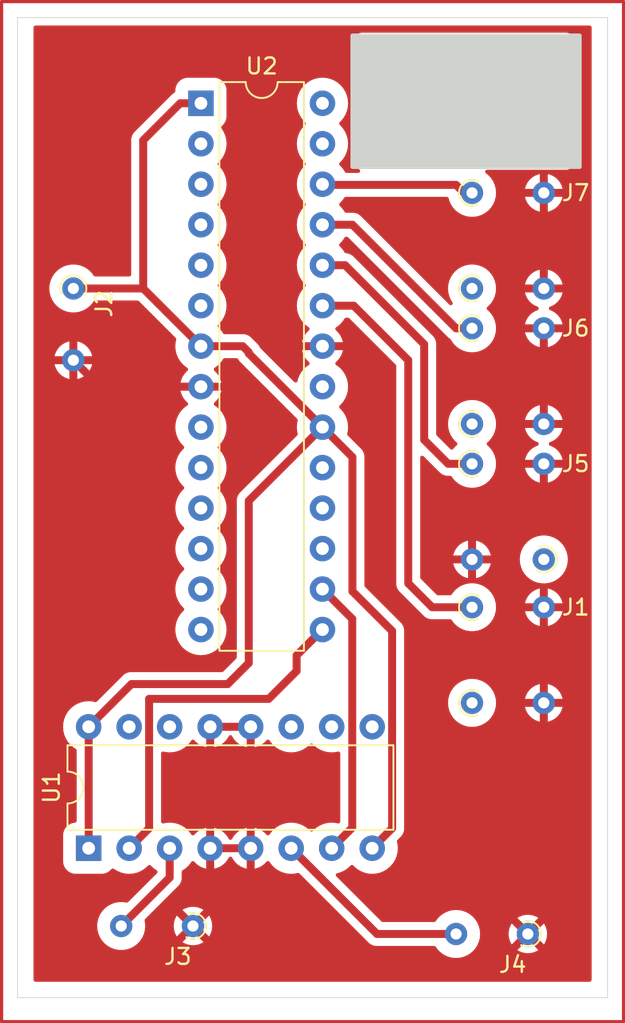
<source format=kicad_pcb>
(kicad_pcb (version 20240108) (generator "pcbnew") (generator_version "8.0")
  (layers (0 "F.Cu" signal) (31 "B.Cu" signal) (34 "B.Paste" user) (35 "F.Paste" user) (36 "B.SilkS" user "B.Silkscreen") (37 "F.SilkS" user "F.Silkscreen") (38 "B.Mask" user) (39 "F.Mask" user) (44 "Edge.Cuts" user))
  (net 0 "")
  (net 1 "Earth")
  (net 2 "Net-(J1-Pin_1)")
  (net 3 "-6V")
  (net 4 "Net-(J5-Pin_1)")
  (net 5 "Net-(J6-Pin_1)")
  (net 6 "Net-(J7-Pin_1)")
  (net 14 "Net-(J3-Pin_2)")
  (net 25 "Net-(J4-Pin_2)")
  (net 27 "Net-(U1-2A)")
  (net 29 "Net-(U1-1A)")
  (footprint "Connector:SLOLS2" (layer "F.Cu") (at 265.5 101)
    (property "Reference" "J6" (at 6.5 0 0) (layer "F.SilkS"))
    (property "Value" "Right")
    (fp_arc (start 0.320095 0.749359) (mid -0.813042 -0.054435) (end 0.417133 -0.7) (stroke (width 0.12)) (layer "F.SilkS"))
    (pad "1" thru_hole circle (at 0 0) (size 1.4 1.4) (drill 0.7) (layers "*.Cu" "*.Mask") (net 5 "Net-(J6-Pin_1)"))
    (pad "2" thru_hole oval (at 4.5 0) (size 1.4 1.4) (drill 0.7) (layers "*.Cu" "*.Mask") (net 1 "Earth"))
  )
  (footprint "Connector:SLOLS2" (layer "F.Cu") (at 265.5 124.5)
    (property "Reference" "J7" (hide yes))
    (property "Value" "Straight" (hide yes))
    (fp_arc (start 0.320095 0.749359) (mid -0.813042 -0.054435) (end 0.417133 -0.7) (stroke (width 0.12)) (layer "F.SilkS"))
    (pad "1" thru_hole circle (at 0 0) (size 1.4 1.4) (drill 0.7) (layers "*.Cu" "*.Mask") (net 6 "Net-(J7-Pin_1)"))
    (pad "2" thru_hole oval (at 4.5 0) (size 1.4 1.4) (drill 0.7) (layers "*.Cu" "*.Mask") (net 1 "Earth"))
  )
  (footprint "Connector:SLOLS2" (layer "F.Cu") (at 240.5 98.5 -90)
    (property "Reference" "J2" (at 0.95 -1.92 90) (layer "F.SilkS"))
    (property "Value" "Power")
    (fp_arc (start 0.320095 0.749359) (mid -0.813042 -0.054435) (end 0.417133 -0.7) (stroke (width 0.12)) (layer "F.SilkS"))
    (pad "1" thru_hole circle (at 0 0 270) (size 1.4 1.4) (drill 0.7) (layers "*.Cu" "*.Mask") (net 3 "-6V"))
    (pad "2" thru_hole oval (at 4.5 0 270) (size 1.4 1.4) (drill 0.7) (layers "*.Cu" "*.Mask") (net 1 "Earth"))
  )
  (footprint "Connector:SLOLS2" (layer "F.Cu") (at 248 138.5 180)
    (property "Reference" "J3" (at 0.95 -1.92 180) (layer "F.SilkS"))
    (property "Value" "Left Wheel")
    (fp_arc (start 0.320095 0.749359) (mid -0.813042 -0.054435) (end 0.417133 -0.7) (stroke (width 0.12)) (layer "F.SilkS"))
    (pad "1" thru_hole circle (at 0 0 180) (size 1.4 1.4) (drill 0.7) (layers "*.Cu" "*.Mask") (net 1 "Earth"))
    (pad "2" thru_hole oval (at 4.5 0 180) (size 1.4 1.4) (drill 0.7) (layers "*.Cu" "*.Mask") (net 14 "Net-(J3-Pin_2)"))
  )
  (footprint "Connector:SLOLS2" (layer "F.Cu") (at 265.5 92.5)
    (property "Reference" "J7" (at 6.5 0 0) (layer "F.SilkS"))
    (property "Value" "Straight")
    (fp_arc (start 0.320095 0.749359) (mid -0.813042 -0.054435) (end 0.417133 -0.7) (stroke (width 0.12)) (layer "F.SilkS"))
    (pad "1" thru_hole circle (at 0 0) (size 1.4 1.4) (drill 0.7) (layers "*.Cu" "*.Mask") (net 6 "Net-(J7-Pin_1)"))
    (pad "2" thru_hole oval (at 4.5 0) (size 1.4 1.4) (drill 0.7) (layers "*.Cu" "*.Mask") (net 1 "Earth"))
  )
  (footprint "Connector:SLOLS2" (layer "F.Cu") (at 270 115.5 180)
    (property "Reference" "J7" (hide yes))
    (property "Value" "Straight" (hide yes))
    (fp_arc (start 0.320095 0.749359) (mid -0.813042 -0.054435) (end 0.417133 -0.7) (stroke (width 0.12)) (layer "F.SilkS"))
    (pad "1" thru_hole circle (at 0 0 180) (size 1.4 1.4) (drill 0.7) (layers "*.Cu" "*.Mask") (net 6 "Net-(J7-Pin_1)"))
    (pad "2" thru_hole oval (at 4.5 0 180) (size 1.4 1.4) (drill 0.7) (layers "*.Cu" "*.Mask") (net 1 "Earth"))
  )
  (footprint "Connector:SLOLS2" (layer "F.Cu") (at 269 139 180)
    (property "Reference" "J4" (at 0.95 -1.92 180) (layer "F.SilkS"))
    (property "Value" "Right Wheel")
    (fp_arc (start 0.320095 0.749359) (mid -0.813042 -0.054435) (end 0.417133 -0.7) (stroke (width 0.12)) (layer "F.SilkS"))
    (pad "1" thru_hole circle (at 0 0 180) (size 1.4 1.4) (drill 0.7) (layers "*.Cu" "*.Mask") (net 1 "Earth"))
    (pad "2" thru_hole oval (at 4.5 0 180) (size 1.4 1.4) (drill 0.7) (layers "*.Cu" "*.Mask") (net 25 "Net-(J4-Pin_2)"))
  )
  (footprint "Package_DIP:DIP-16_W7.62mm" (layer "F.Cu") (at 241.46 133.62 90)
    (property "Reference" "U1" (at 3.81 -2.33 -90) (layer "F.SilkS"))
    (property "Value" "L293D")
    (fp_line (start 6.46 -1.33) (end 4.81 -1.33) (stroke (width 0.12)) (layer "F.SilkS"))
    (fp_line (start 2.81 -1.33) (end 1.16 -1.33) (stroke (width 0.12)) (layer "F.SilkS"))
    (fp_line (start 1.16 -1.33) (end 1.16 19.11) (stroke (width 0.12)) (layer "F.SilkS"))
    (fp_line (start 6.46 19.11) (end 6.46 -1.33) (stroke (width 0.12)) (layer "F.SilkS"))
    (fp_line (start 1.16 19.11) (end 6.46 19.11) (stroke (width 0.12)) (layer "F.SilkS"))
    (fp_arc (start 4.81 -1.33) (mid 3.81 -0.33) (end 2.81 -1.33) (stroke (width 0.12)) (layer "F.SilkS"))
    (pad "1" thru_hole rect (at 0 0 90) (size 1.6 1.6) (drill 0.8) (layers "*.Cu" "*.Mask") (net 3 "-6V"))
    (pad "2" thru_hole oval (at 0 2.54 90) (size 1.6 1.6) (drill 0.8) (layers "*.Cu" "*.Mask") (net 29 "Net-(U1-1A)"))
    (pad "3" thru_hole oval (at 0 5.08 90) (size 1.6 1.6) (drill 0.8) (layers "*.Cu" "*.Mask") (net 14 "Net-(J3-Pin_2)"))
    (pad "4" thru_hole oval (at 0 7.62 90) (size 1.6 1.6) (drill 0.8) (layers "*.Cu" "*.Mask") (net 1 "Earth"))
    (pad "5" thru_hole oval (at 0 10.16 90) (size 1.6 1.6) (drill 0.8) (layers "*.Cu" "*.Mask") (net 1 "Earth"))
    (pad "6" thru_hole oval (at 0 12.7 90) (size 1.6 1.6) (drill 0.8) (layers "*.Cu" "*.Mask") (net 25 "Net-(J4-Pin_2)"))
    (pad "7" thru_hole oval (at 0 15.24 90) (size 1.6 1.6) (drill 0.8) (layers "*.Cu" "*.Mask") (net 27 "Net-(U1-2A)"))
    (pad "8" thru_hole oval (at 0 17.78 90) (size 1.6 1.6) (drill 0.8) (layers "*.Cu" "*.Mask") (net 3 "-6V"))
    (pad "9" thru_hole oval (at 7.62 17.78 90) (size 1.6 1.6) (drill 0.8) (layers "*.Cu" "*.Mask"))
    (pad "10" thru_hole oval (at 7.62 15.24 90) (size 1.6 1.6) (drill 0.8) (layers "*.Cu" "*.Mask"))
    (pad "11" thru_hole oval (at 7.62 12.7 90) (size 1.6 1.6) (drill 0.8) (layers "*.Cu" "*.Mask"))
    (pad "12" thru_hole oval (at 7.62 10.16 90) (size 1.6 1.6) (drill 0.8) (layers "*.Cu" "*.Mask") (net 1 "Earth"))
    (pad "13" thru_hole oval (at 7.62 7.62 90) (size 1.6 1.6) (drill 0.8) (layers "*.Cu" "*.Mask") (net 1 "Earth"))
    (pad "14" thru_hole oval (at 7.62 5.08 90) (size 1.6 1.6) (drill 0.8) (layers "*.Cu" "*.Mask"))
    (pad "15" thru_hole oval (at 7.62 2.54 90) (size 1.6 1.6) (drill 0.8) (layers "*.Cu" "*.Mask"))
    (pad "16" thru_hole oval (at 7.62 0 90) (size 1.6 1.6) (drill 0.8) (layers "*.Cu" "*.Mask") (net 3 "-6V"))
  )
  (footprint "Connector:SLOLS2" (layer "F.Cu") (at 265.5 118.5)
    (property "Reference" "J1" (at 6.5 0 0) (layer "F.SilkS"))
    (property "Value" "Start")
    (fp_arc (start 0.320095 0.749359) (mid -0.813042 -0.054435) (end 0.417133 -0.7) (stroke (width 0.12)) (layer "F.SilkS"))
    (pad "1" thru_hole circle (at 0 0) (size 1.4 1.4) (drill 0.7) (layers "*.Cu" "*.Mask") (net 2 "Net-(J1-Pin_1)"))
    (pad "2" thru_hole oval (at 4.5 0) (size 1.4 1.4) (drill 0.7) (layers "*.Cu" "*.Mask") (net 1 "Earth"))
  )
  (footprint "Connector:SLOLS2" (layer "F.Cu") (at 265.5 107)
    (property "Reference" "J7" (hide yes))
    (property "Value" "Straight" (hide yes))
    (fp_arc (start 0.320095 0.749359) (mid -0.813042 -0.054435) (end 0.417133 -0.7) (stroke (width 0.12)) (layer "F.SilkS"))
    (pad "1" thru_hole circle (at 0 0) (size 1.4 1.4) (drill 0.7) (layers "*.Cu" "*.Mask") (net 6 "Net-(J7-Pin_1)"))
    (pad "2" thru_hole oval (at 4.5 0) (size 1.4 1.4) (drill 0.7) (layers "*.Cu" "*.Mask") (net 1 "Earth"))
  )
  (footprint "Package_DIP:DIP-28_W7.62mm" (layer "F.Cu") (at 248.5 86.88)
    (property "Reference" "U2" (at 3.81 -2.33 0) (layer "F.SilkS"))
    (property "Value" "ATmega328P-P")
    (fp_line (start 1.16 -1.33) (end 1.16 34.35) (stroke (width 0.12)) (layer "F.SilkS"))
    (fp_line (start 1.16 34.35) (end 6.46 34.35) (stroke (width 0.12)) (layer "F.SilkS"))
    (fp_line (start 2.81 -1.33) (end 1.16 -1.33) (stroke (width 0.12)) (layer "F.SilkS"))
    (fp_line (start 6.46 -1.33) (end 4.81 -1.33) (stroke (width 0.12)) (layer "F.SilkS"))
    (fp_line (start 6.46 34.35) (end 6.46 -1.33) (stroke (width 0.12)) (layer "F.SilkS"))
    (fp_arc (start 4.81 -1.33) (mid 3.81 -0.33) (end 2.81 -1.33) (stroke (width 0.12)) (layer "F.SilkS"))
    (pad "1" thru_hole rect (at 0 0) (size 1.6 1.6) (drill 0.8) (layers "*.Cu" "*.Mask") (net 3 "-6V"))
    (pad "2" thru_hole oval (at 0 2.54) (size 1.6 1.6) (drill 0.8) (layers "*.Cu" "*.Mask"))
    (pad "3" thru_hole oval (at 0 5.08) (size 1.6 1.6) (drill 0.8) (layers "*.Cu" "*.Mask"))
    (pad "4" thru_hole oval (at 0 7.62) (size 1.6 1.6) (drill 0.8) (layers "*.Cu" "*.Mask"))
    (pad "5" thru_hole oval (at 0 10.16) (size 1.6 1.6) (drill 0.8) (layers "*.Cu" "*.Mask"))
    (pad "6" thru_hole oval (at 0 12.7) (size 1.6 1.6) (drill 0.8) (layers "*.Cu" "*.Mask"))
    (pad "7" thru_hole oval (at 0 15.24) (size 1.6 1.6) (drill 0.8) (layers "*.Cu" "*.Mask") (net 3 "-6V"))
    (pad "8" thru_hole oval (at 0 17.78) (size 1.6 1.6) (drill 0.8) (layers "*.Cu" "*.Mask") (net 1 "Earth"))
    (pad "9" thru_hole oval (at 0 20.32) (size 1.6 1.6) (drill 0.8) (layers "*.Cu" "*.Mask"))
    (pad "10" thru_hole oval (at 0 22.86) (size 1.6 1.6) (drill 0.8) (layers "*.Cu" "*.Mask"))
    (pad "11" thru_hole oval (at 0 25.4) (size 1.6 1.6) (drill 0.8) (layers "*.Cu" "*.Mask"))
    (pad "12" thru_hole oval (at 0 27.94) (size 1.6 1.6) (drill 0.8) (layers "*.Cu" "*.Mask"))
    (pad "13" thru_hole oval (at 0 30.48) (size 1.6 1.6) (drill 0.8) (layers "*.Cu" "*.Mask"))
    (pad "14" thru_hole oval (at 0 33.02) (size 1.6 1.6) (drill 0.8) (layers "*.Cu" "*.Mask"))
    (pad "15" thru_hole oval (at 7.62 33.02) (size 1.6 1.6) (drill 0.8) (layers "*.Cu" "*.Mask") (net 29 "Net-(U1-1A)"))
    (pad "16" thru_hole oval (at 7.62 30.48) (size 1.6 1.6) (drill 0.8) (layers "*.Cu" "*.Mask") (net 27 "Net-(U1-2A)"))
    (pad "17" thru_hole oval (at 7.62 27.94) (size 1.6 1.6) (drill 0.8) (layers "*.Cu" "*.Mask"))
    (pad "18" thru_hole oval (at 7.62 25.4) (size 1.6 1.6) (drill 0.8) (layers "*.Cu" "*.Mask"))
    (pad "19" thru_hole oval (at 7.62 22.86) (size 1.6 1.6) (drill 0.8) (layers "*.Cu" "*.Mask"))
    (pad "20" thru_hole oval (at 7.62 20.32) (size 1.6 1.6) (drill 0.8) (layers "*.Cu" "*.Mask") (net 3 "-6V"))
    (pad "21" thru_hole oval (at 7.62 17.78) (size 1.6 1.6) (drill 0.8) (layers "*.Cu" "*.Mask"))
    (pad "22" thru_hole oval (at 7.62 15.24) (size 1.6 1.6) (drill 0.8) (layers "*.Cu" "*.Mask") (net 1 "Earth"))
    (pad "23" thru_hole oval (at 7.62 12.7) (size 1.6 1.6) (drill 0.8) (layers "*.Cu" "*.Mask") (net 2 "Net-(J1-Pin_1)"))
    (pad "24" thru_hole oval (at 7.62 10.16) (size 1.6 1.6) (drill 0.8) (layers "*.Cu" "*.Mask") (net 4 "Net-(J5-Pin_1)"))
    (pad "25" thru_hole oval (at 7.62 7.62) (size 1.6 1.6) (drill 0.8) (layers "*.Cu" "*.Mask") (net 5 "Net-(J6-Pin_1)"))
    (pad "26" thru_hole oval (at 7.62 5.08) (size 1.6 1.6) (drill 0.8) (layers "*.Cu" "*.Mask") (net 6 "Net-(J7-Pin_1)"))
    (pad "27" thru_hole oval (at 7.62 2.54) (size 1.6 1.6) (drill 0.8) (layers "*.Cu" "*.Mask"))
    (pad "28" thru_hole oval (at 7.62 0) (size 1.6 1.6) (drill 0.8) (layers "*.Cu" "*.Mask"))
  )
  (footprint "Connector:SLOLS2" (layer "F.Cu") (at 265.5 98.5)
    (property "Reference" "J7" (hide yes))
    (property "Value" "Straight" (hide yes))
    (fp_arc (start 0.320095 0.749359) (mid -0.813042 -0.054435) (end 0.417133 -0.7) (stroke (width 0.12)) (layer "F.SilkS"))
    (pad "1" thru_hole circle (at 0 0) (size 1.4 1.4) (drill 0.7) (layers "*.Cu" "*.Mask") (net 6 "Net-(J7-Pin_1)"))
    (pad "2" thru_hole oval (at 4.5 0) (size 1.4 1.4) (drill 0.7) (layers "*.Cu" "*.Mask") (net 1 "Earth"))
  )
  (footprint "Connector:SLOLS2" (layer "F.Cu") (at 265.5 109.5)
    (property "Reference" "J5" (at 6.5 0 0) (layer "F.SilkS"))
    (property "Value" "Left")
    (fp_arc (start 0.320095 0.749359) (mid -0.813042 -0.054435) (end 0.417133 -0.7) (stroke (width 0.12)) (layer "F.SilkS"))
    (pad "1" thru_hole circle (at 0 0) (size 1.4 1.4) (drill 0.7) (layers "*.Cu" "*.Mask") (net 4 "Net-(J5-Pin_1)"))
    (pad "2" thru_hole oval (at 4.5 0) (size 1.4 1.4) (drill 0.7) (layers "*.Cu" "*.Mask") (net 1 "Earth"))
  )
  (gr_line (start 275 144.5) (end 275 80.5) (stroke (width 0.2)) (layer "F.Cu"))
  (gr_line (start 275 80.5) (end 236 80.5) (stroke (width 0.2)) (layer "F.Cu"))
  (gr_line (start 236 80.5) (end 236 144.5) (stroke (width 0.2)) (layer "F.Cu"))
  (gr_line (start 236 144.5) (end 275 144.5) (stroke (width 0.2)) (layer "F.Cu"))
  (gr_line (start 237 81.5) (end 274 81.5) (stroke (width 0.05)) (layer "Edge.Cuts"))
  (gr_line (start 237 143) (end 237 81.5) (stroke (width 0.05)) (layer "Edge.Cuts"))
  (gr_line (start 274 143) (end 237 143) (stroke (width 0.05)) (layer "Edge.Cuts"))
  (gr_line (start 274 81.5) (end 274 143) (stroke (width 0.05)) (layer "Edge.Cuts"))
  (gr_text_box "WIiT PP 2024\nASK\nWS 155876\nPM 156011" (start 258.625 83) (end 271.375 90.5) (layer "F.Cu") (effects (font (size 1 1)) (justify left top)) (border yes) (stroke (width 0.1)))
  (segment (start 240.5 103) (end 242.16 104.66) (width 0.5) (layer "F.Cu") (net 1))
  (segment (start 242.16 104.66) (end 248.5 104.66) (width 0.5) (layer "F.Cu") (net 1))
  (segment (start 240.5 103) (end 240.5 103.5) (width 0.5) (layer "F.Cu") (net 1))
  (segment (start 240.5 103.5) (end 240.475 103.525) (width 0.5) (layer "F.Cu") (net 1))
  (segment (start 265.5 118.5) (end 263 118.5) (width 0.5) (layer "F.Cu") (net 2))
  (segment (start 263 118.5) (end 261.5 117) (width 0.5) (layer "F.Cu") (net 2))
  (segment (start 258.08 99.58) (end 256.12 99.58) (width 0.5) (layer "F.Cu") (net 2))
  (segment (start 261.5 117) (end 261.5 103) (width 0.5) (layer "F.Cu") (net 2))
  (segment (start 256.12 99.62) (end 256.12 99.58) (width 0.2) (layer "F.Cu") (net 2))
  (segment (start 261.5 103) (end 258.08 99.58) (width 0.5) (layer "F.Cu") (net 2))
  (segment (start 244.88 89.2) (end 247.2 86.88) (width 0.5) (layer "F.Cu") (net 3))
  (segment (start 258 117.5) (end 258 109.08) (width 0.5) (layer "F.Cu") (net 3))
  (segment (start 244.88 98.5) (end 244.88 89.2) (width 0.5) (layer "F.Cu") (net 3))
  (segment (start 256.12 107.2) (end 251.5 102.58) (width 0.5) (layer "F.Cu") (net 3))
  (segment (start 247.2 86.88) (end 248.5 86.88) (width 0.5) (layer "F.Cu") (net 3))
  (segment (start 248.5 102.12) (end 244.88 98.5) (width 0.5) (layer "F.Cu") (net 3))
  (segment (start 259.24 133.62) (end 260.49 132.37) (width 0.5) (layer "F.Cu") (net 3))
  (segment (start 251.12 102.12) (end 248.5 102.12) (width 0.5) (layer "F.Cu") (net 3))
  (segment (start 244.88 98.5) (end 240.5 98.5) (width 0.5) (layer "F.Cu") (net 3))
  (segment (start 251.5 111.82) (end 256.12 107.2) (width 0.5) (layer "F.Cu") (net 3))
  (segment (start 260.49 119.99) (end 258 117.5) (width 0.5) (layer "F.Cu") (net 3))
  (segment (start 248.62 102) (end 248.5 102.12) (width 0.2) (layer "F.Cu") (net 3))
  (segment (start 250.18 123.32) (end 251.5 122) (width 0.5) (layer "F.Cu") (net 3))
  (segment (start 241.46 133.62) (end 241.46 126) (width 0.5) (layer "F.Cu") (net 3))
  (segment (start 251.5 122) (end 251.5 111.82) (width 0.5) (layer "F.Cu") (net 3))
  (segment (start 260.49 132.37) (end 260.49 119.99) (width 0.5) (layer "F.Cu") (net 3))
  (segment (start 258 109.08) (end 256.12 107.2) (width 0.5) (layer "F.Cu") (net 3))
  (segment (start 251.5 102.58) (end 251.5 102.5) (width 0.5) (layer "F.Cu") (net 3))
  (segment (start 244.14 123.32) (end 250.18 123.32) (width 0.5) (layer "F.Cu") (net 3))
  (segment (start 251.5 102.5) (end 251.12 102.12) (width 0.5) (layer "F.Cu") (net 3))
  (segment (start 241.46 126) (end 244.14 123.32) (width 0.5) (layer "F.Cu") (net 3))
  (segment (start 262.5 102) (end 257.54 97.04) (width 0.5) (layer "F.Cu") (net 4))
  (segment (start 257.54 97.04) (end 256.12 97.04) (width 0.5) (layer "F.Cu") (net 4))
  (segment (start 262.5 108) (end 262.5 102) (width 0.5) (layer "F.Cu") (net 4))
  (segment (start 265.5 109.5) (end 264 109.5) (width 0.5) (layer "F.Cu") (net 4))
  (segment (start 264 109.5) (end 262.5 108) (width 0.5) (layer "F.Cu") (net 4))
  (segment (start 258 94.5) (end 256.12 94.5) (width 0.5) (layer "F.Cu") (net 5))
  (segment (start 264.5 101) (end 258 94.5) (width 0.5) (layer "F.Cu") (net 5))
  (segment (start 265.5 101) (end 264.5 101) (width 0.5) (layer "F.Cu") (net 5))
  (segment (start 265 92.5) (end 264.5 92) (width 0.5) (layer "F.Cu") (net 6))
  (segment (start 256.16 92) (end 256.12 91.96) (width 0.5) (layer "F.Cu") (net 6))
  (segment (start 264.5 92) (end 256.16 92) (width 0.5) (layer "F.Cu") (net 6))
  (segment (start 265.5 92.5) (end 265 92.5) (width 0.5) (layer "F.Cu") (net 6))
  (segment (start 246.54 135.46) (end 243.5 138.5) (width 0.5) (layer "F.Cu") (net 14))
  (segment (start 246.54 133.62) (end 246.54 135.46) (width 0.5) (layer "F.Cu") (net 14))
  (segment (start 259.54 139) (end 264.5 139) (width 0.5) (layer "F.Cu") (net 25))
  (segment (start 254.16 133.62) (end 259.54 139) (width 0.5) (layer "F.Cu") (net 25))
  (segment (start 257.99 119.23) (end 256.12 117.36) (width 0.5) (layer "F.Cu") (net 27))
  (segment (start 256.7 133.62) (end 257.99 132.33) (width 0.5) (layer "F.Cu") (net 27))
  (segment (start 257.99 132.33) (end 257.99 119.23) (width 0.5) (layer "F.Cu") (net 27))
  (segment (start 245.25 124.25) (end 252.75 124.25) (width 0.5) (layer "F.Cu") (net 29))
  (segment (start 244 133.62) (end 245.25 132.37) (width 0.5) (layer "F.Cu") (net 29))
  (segment (start 254.5 121.52) (end 256.12 119.9) (width 0.5) (layer "F.Cu") (net 29))
  (segment (start 254.5 122.5) (end 254.5 121.52) (width 0.5) (layer "F.Cu") (net 29))
  (segment (start 252.75 124.25) (end 254.5 122.5) (width 0.5) (layer "F.Cu") (net 29))
  (segment (start 245.25 132.37) (end 245.25 124.25) (width 0.5) (layer "F.Cu") (net 29))
  (zone (net 1) (net_name "Earth") (layer "F.Cu") (connect_pads (clearance 0.5)) (min_thickness 0.25) (fill yes (thermal_gap 0.5) (thermal_bridge_width 0.5))
    (polygon (pts (xy 238 82) (xy 273 82) (xy 273 142) (xy 238 142)))
  )
  (zone (net 0) (net_name "") (layer "Edge.Cuts") (connect_pads (clearance 0.5)) (min_thickness 0.25) (fill yes (thermal_gap 0.5) (thermal_bridge_width 0.5))
    (polygon (pts (xy 257.875 82.5) (xy 272.375 82.5) (xy 272.375 91) (xy 257.875 91)))
  )
)
</source>
